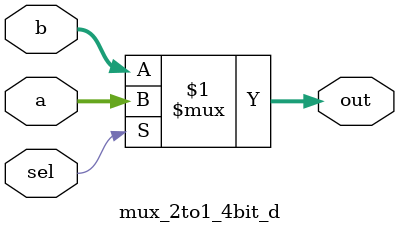
<source format=v>
module mux_2to1_4bit_d(
    input [3:0] a,
    input [3:0] b,
    input sel,
    output [3:0] out
    );
    
    assign out = (sel ? a : b);

endmodule


</source>
